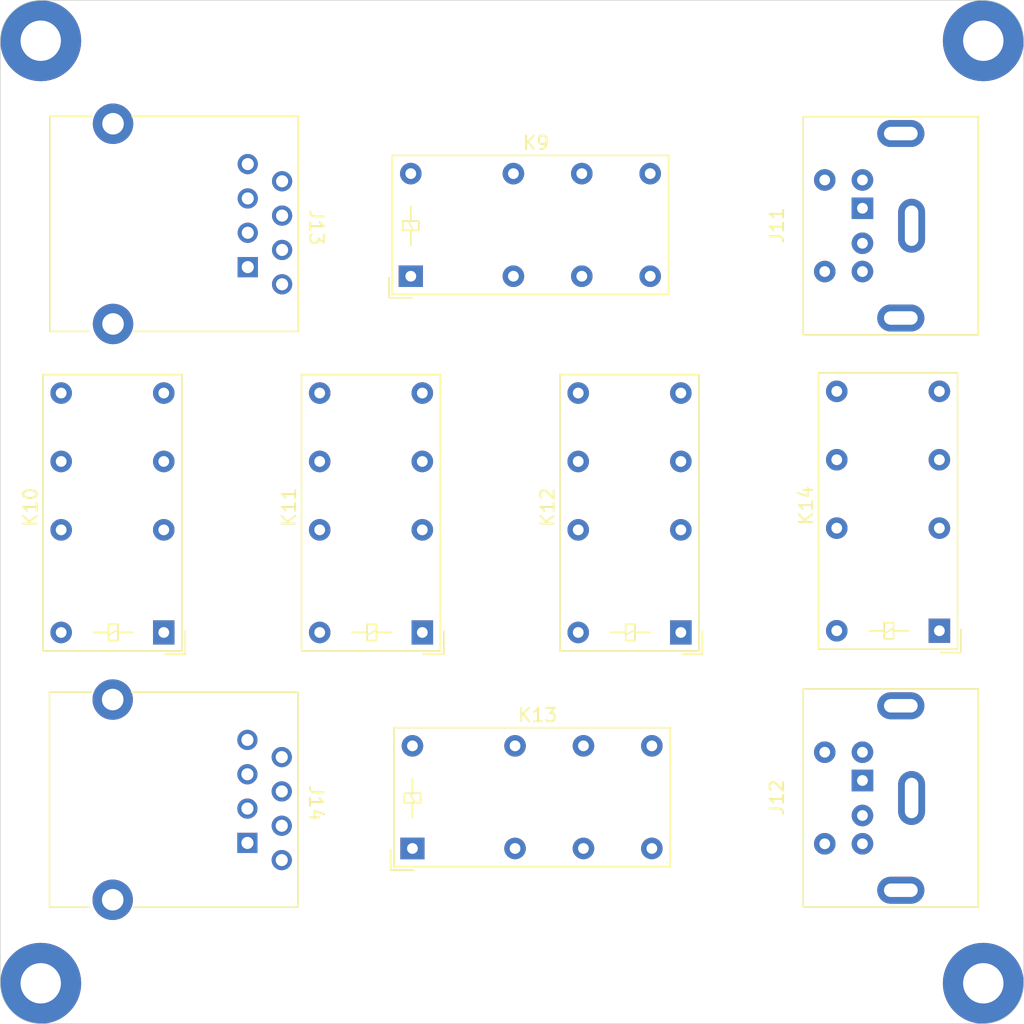
<source format=kicad_pcb>
(kicad_pcb (version 20211014) (generator pcbnew)
  (layers (0 "F.Cu" signal) (31 "B.Cu" signal) (34 "B.Paste" user) (35 "F.Paste" user) (36 "B.SilkS" user "B.Silkscreen") (37 "F.SilkS" user "F.Silkscreen") (38 "B.Mask" user) (39 "F.Mask" user) (44 "Edge.Cuts" user))
  (net 0 "")
  (net 1 "/SignaLink2_RADIO_0")
  (net 2 "/SignaLink2_RADIO_1")
  (net 3 "/SignaLink2_RADIO_2")
  (net 4 "/SignaLink2_RADIO_3")
  (net 5 "/SignaLink2_RADIO_4")
  (net 6 "/SignaLink2_RADIO_5")
  (net 7 "/SignaLink2_RADIO_6")
  (net 8 "/SignaLink2_RADIO_7")
  (net 9 "GND")
  (net 10 "/SignaLink1_RADIO_0")
  (net 11 "/SignaLink1_RADIO_1")
  (net 12 "/SignaLink1_RADIO_2")
  (net 13 "/SignaLink1_RADIO_3")
  (net 14 "/SignaLink1_RADIO_4")
  (net 15 "/SignaLink1_RADIO_5")
  (net 16 "/SignaLink1_RADIO_6")
  (net 17 "/SignaLink1_RADIO_7")
  (net 18 "/480_DATA_ANI")
  (net 19 "/480_DATA_ANG")
  (net 20 "/480_DATA_DTS")
  (net 21 "/480_DATA_NC")
  (net 22 "/480_DATA_ANO")
  (net 23 "/480_DATA_SQC")
  (net 24 "/D700_DATA_SQC")
  (net 25 "/D700_DATA_PR1")
  (net 26 "/D700_DATA_PR9")
  (net 27 "/D700_DATA_PKS")
  (net 28 "/D700_DATA_DE")
  (net 29 "/D700_DATA_PKD")
  (net 30 "Net-(K10-Pad11)")
  (net 31 "Net-(K10-Pad21)")
  (net 32 "+12V")
  (net 33 "/LBANK")
  (net 34 "/RBANK")
  (net 35 "Net-(K11-Pad11)")
  (net 36 "Net-(K11-Pad21)")
  (net 37 "Net-(K13-Pad21)")
  (net 38 "Net-(K13-Pad11)")
  (footprint "libraries:Mystery_RJ45" (layer "F.Cu") (at 133.65 120.025 -90)
    (fp_text reference "J14" (at -2.9 -5.1 -90 unlocked) (layer "F.SilkS"))
    (fp_text value "SignaLink 1 RADIO")
    (fp_line (start -11.147 -3.75) (end -11.147 8.6) (layer "F.SilkS") (width 0.12))
    (fp_line (start 4.823 14.7) (end 4.823 11.75) (layer "F.SilkS") (width 0.12))
    (fp_line (start 4.823 14.7) (end -11.147 14.7) (layer "F.SilkS") (width 0.12))
    (fp_line (start 4.823 -3.75) (end -11.147 -3.75) (layer "F.SilkS") (width 0.12))
    (fp_line (start 4.823 -3.75) (end 4.823 8.45) (layer "F.SilkS") (width 0.12))
    (fp_line (start -11.147 14.7) (end -11.147 11.6) (layer "F.SilkS") (width 0.12))
    (pad "" np_thru_hole circle (at 2.368 7.27 270) (size 3.25 3.25) (drill 3.25) (layers F&B.Cu *.Mask))
    (pad "" np_thru_hole circle (at -8.692 7.27 270) (size 3.25 3.25) (drill 3.25) (layers F&B.Cu *.Mask))
    (pad "1" thru_hole rect (at 0.05 0 270) (size 1.5 1.5) (drill 0.9) (layers *.Cu *.Mask) (net 10 "/SignaLink1_RADIO_0"))
    (pad "2" thru_hole circle (at 1.325 -2.55 270) (size 1.5 1.5) (drill 0.9) (layers *.Cu *.Mask) (net 11 "/SignaLink1_RADIO_1"))
    (pad "3" thru_hole circle (at -2.5 0 270) (size 1.5 1.5) (drill 0.9) (layers *.Cu *.Mask) (net 12 "/SignaLink1_RADIO_2"))
    (pad "4" thru_hole circle (at -1.225 -2.55 270) (size 1.5 1.5) (drill 0.9) (layers *.Cu *.Mask) (net 13 "/SignaLink1_RADIO_3"))
    (pad "5" thru_hole circle (at -5.05 0 270) (size 1.5 1.5) (drill 0.9) (layers *.Cu *.Mask) (net 14 "/SignaLink1_RADIO_4"))
    (pad "6" thru_hole circle (at -3.775 -2.55 270) (size 1.5 1.5) (drill 0.9) (layers *.Cu *.Mask) (net 15 "/SignaLink1_RADIO_5"))
    (pad "7" thru_hole circle (at -7.6 0 270) (size 1.5 1.5) (drill 0.9) (layers *.Cu *.Mask) (net 16 "/SignaLink1_RADIO_6"))
    (pad "8" thru_hole circle (at -6.325 -2.55 270) (size 1.5 1.5) (drill 0.9) (layers *.Cu *.Mask) (net 17 "/SignaLink1_RADIO_7"))
    (pad "SH" thru_hole circle (at 4.273 10.005 270) (size 3 3) (drill 1.6) (layers *.Cu *.Mask) (net 9 "GND"))
    (pad "SH" thru_hole circle (at -10.597 10.005 270) (size 3 3) (drill 1.6) (layers *.Cu *.Mask) (net 9 "GND"))
  )
  (footprint "Relay_THT:Relay_DPDT_Finder_30.22" (layer "F.Cu") (at 165.8375 104.445 90)
    (fp_text reference "K12" (at 9.3 -9.9 90) (layer "F.SilkS"))
    (fp_text value "FINDER-40.52")
    (fp_line (start 0.6 -3.4) (end 0.6 -4.1) (layer "F.SilkS") (width 0.12))
    (fp_line (start 19.15 1.35) (end -1.37 1.35) (layer "F.SilkS") (width 0.12))
    (fp_line (start 0 -3.4) (end 0 -2.3) (layer "F.SilkS") (width 0.12))
    (fp_line (start -1.37 -8.97) (end 19.15 -8.97) (layer "F.SilkS") (width 0.12))
    (fp_line (start 0.6 -4.1) (end -0.6 -4.1) (layer "F.SilkS") (width 0.12))
    (fp_line (start -0.6 -3.4) (end 0.6 -3.4) (layer "F.SilkS") (width 0.12))
    (fp_line (start 19.15 -8.97) (end 19.15 1.35) (layer "F.SilkS") (width 0.12))
    (fp_line (start 0.2 -3.4) (end -0.2 -4.1) (layer "F.SilkS") (width 0.12))
    (fp_line (start -0.6 -4.1) (end -0.6 -3.4) (layer "F.SilkS") (width 0.12))
    (fp_line (start 0 -4.1) (end 0 -5.2) (layer "F.SilkS") (width 0.12))
    (fp_line (start -1.62 1.6) (end -1.62 0.1) (layer "F.SilkS") (width 0.12))
    (fp_line (start 0.1 1.6) (end -1.62 1.6) (layer "F.SilkS") (width 0.12))
    (fp_line (start -1.37 1.35) (end -1.37 -8.97) (layer "F.SilkS") (width 0.12))
    (pad "11" thru_hole circle (at 7.62 0 180) (size 1.6 1.6) (drill 0.8) (layers *.Cu *.Mask) (net 35 "Net-(K11-Pad11)"))
    (pad "12" thru_hole circle (at 12.7 0 180) (size 1.6 1.6) (drill 0.8) (layers *.Cu *.Mask) (net 24 "/D700_DATA_SQC"))
    (pad "14" thru_hole circle (at 17.78 0 180) (size 1.6 1.6) (drill 0.8) (layers *.Cu *.Mask) (net 12 "/SignaLink1_RADIO_2"))
    (pad "21" thru_hole circle (at 7.62 -7.62 180) (size 1.6 1.6) (drill 0.8) (layers *.Cu *.Mask) (net 36 "Net-(K11-Pad21)"))
    (pad "22" thru_hole circle (at 12.7 -7.62 180) (size 1.6 1.6) (drill 0.8) (layers *.Cu *.Mask) (net 26 "/D700_DATA_PR9"))
    (pad "24" thru_hole circle (at 17.78 -7.62 270) (size 1.6 1.6) (drill 0.8) (layers *.Cu *.Mask) (net 13 "/SignaLink1_RADIO_3"))
    (pad "A1" thru_hole rect (at 0 0 180) (size 1.6 1.8) (drill 0.8) (layers *.Cu *.Mask) (net 32 "+12V"))
    (pad "A2" thru_hole circle (at 0 -7.62 180) (size 1.6 1.6) (drill 0.8) (layers *.Cu *.Mask) (net 34 "/RBANK"))
  )
  (footprint "Relay_THT:Relay_DPDT_Finder_30.22" (layer "F.Cu") (at 145.905 120.48625)
    (fp_text reference "K13" (at 9.3 -9.9) (layer "F.SilkS"))
    (fp_text value "FINDER-40.52")
    (fp_line (start 0.1 1.6) (end -1.62 1.6) (layer "F.SilkS") (width 0.12))
    (fp_line (start -1.62 1.6) (end -1.62 0.1) (layer "F.SilkS") (width 0.12))
    (fp_line (start 0 -4.1) (end 0 -5.2) (layer "F.SilkS") (width 0.12))
    (fp_line (start 0 -3.4) (end 0 -2.3) (layer "F.SilkS") (width 0.12))
    (fp_line (start 0.2 -3.4) (end -0.2 -4.1) (layer "F.SilkS") (width 0.12))
    (fp_line (start 0.6 -4.1) (end -0.6 -4.1) (layer "F.SilkS") (width 0.12))
    (fp_line (start 0.6 -3.4) (end 0.6 -4.1) (layer "F.SilkS") (width 0.12))
    (fp_line (start -0.6 -4.1) (end -0.6 -3.4) (layer "F.SilkS") (width 0.12))
    (fp_line (start 19.15 -8.97) (end 19.15 1.35) (layer "F.SilkS") (width 0.12))
    (fp_line (start -0.6 -3.4) (end 0.6 -3.4) (layer "F.SilkS") (width 0.12))
    (fp_line (start -1.37 1.35) (end -1.37 -8.97) (layer "F.SilkS") (width 0.12))
    (fp_line (start 19.15 1.35) (end -1.37 1.35) (layer "F.SilkS") (width 0.12))
    (fp_line (start -1.37 -8.97) (end 19.15 -8.97) (layer "F.SilkS") (width 0.12))
    (pad "11" thru_hole circle (at 7.62 0 90) (size 1.6 1.6) (drill 0.8) (layers *.Cu *.Mask) (net 38 "Net-(K13-Pad11)"))
    (pad "12" thru_hole circle (at 12.7 0 90) (size 1.6 1.6) (drill 0.8) (layers *.Cu *.Mask) (net 22 "/480_DATA_ANO"))
    (pad "14" thru_hole circle (at 17.78 0 90) (size 1.6 1.6) (drill 0.8) (layers *.Cu *.Mask) (net 1 "/SignaLink2_RADIO_0"))
    (pad "21" thru_hole circle (at 7.62 -7.62 90) (size 1.6 1.6) (drill 0.8) (layers *.Cu *.Mask) (net 37 "Net-(K13-Pad21)"))
    (pad "22" thru_hole circle (at 12.7 -7.62 90) (size 1.6 1.6) (drill 0.8) (layers *.Cu *.Mask) (net 23 "/480_DATA_SQC"))
    (pad "24" thru_hole circle (at 17.78 -7.62 180) (size 1.6 1.6) (drill 0.8) (layers *.Cu *.Mask) (net 3 "/SignaLink2_RADIO_2"))
    (pad "A1" thru_hole rect (at 0 0 90) (size 1.6 1.8) (drill 0.8) (layers *.Cu *.Mask) (net 32 "+12V"))
    (pad "A2" thru_hole circle (at 0 -7.62 90) (size 1.6 1.6) (drill 0.8) (layers *.Cu *.Mask) (net 33 "/LBANK"))
  )
  (footprint "Relay_THT:Relay_DPDT_Finder_30.22" (layer "F.Cu") (at 146.6375 104.445 90)
    (fp_text reference "K11" (at 9.3 -9.9 90) (layer "F.SilkS"))
    (fp_text value "FINDER-40.52")
    (fp_line (start 0.6 -4.1) (end -0.6 -4.1) (layer "F.SilkS") (width 0.12))
    (fp_line (start -1.62 1.6) (end -1.62 0.1) (layer "F.SilkS") (width 0.12))
    (fp_line (start 19.15 -8.97) (end 19.15 1.35) (layer "F.SilkS") (width 0.12))
    (fp_line (start 0.1 1.6) (end -1.62 1.6) (layer "F.SilkS") (width 0.12))
    (fp_line (start -0.6 -4.1) (end -0.6 -3.4) (layer "F.SilkS") (width 0.12))
    (fp_line (start -1.37 1.35) (end -1.37 -8.97) (layer "F.SilkS") (width 0.12))
    (fp_line (start 0.2 -3.4) (end -0.2 -4.1) (layer "F.SilkS") (width 0.12))
    (fp_line (start 0 -3.4) (end 0 -2.3) (layer "F.SilkS") (width 0.12))
    (fp_line (start 19.15 1.35) (end -1.37 1.35) (layer "F.SilkS") (width 0.12))
    (fp_line (start 0.6 -3.4) (end 0.6 -4.1) (layer "F.SilkS") (width 0.12))
    (fp_line (start -0.6 -3.4) (end 0.6 -3.4) (layer "F.SilkS") (width 0.12))
    (fp_line (start 0 -4.1) (end 0 -5.2) (layer "F.SilkS") (width 0.12))
    (fp_line (start -1.37 -8.97) (end 19.15 -8.97) (layer "F.SilkS") (width 0.12))
    (pad "11" thru_hole circle (at 7.62 0 180) (size 1.6 1.6) (drill 0.8) (layers *.Cu *.Mask) (net 35 "Net-(K11-Pad11)"))
    (pad "12" thru_hole circle (at 12.7 0 180) (size 1.6 1.6) (drill 0.8) (layers *.Cu *.Mask) (net 20 "/480_DATA_DTS"))
    (pad "14" thru_hole circle (at 17.78 0 180) (size 1.6 1.6) (drill 0.8) (layers *.Cu *.Mask) (net 6 "/SignaLink2_RADIO_5"))
    (pad "21" thru_hole circle (at 7.62 -7.62 180) (size 1.6 1.6) (drill 0.8) (layers *.Cu *.Mask) (net 36 "Net-(K11-Pad21)"))
    (pad "22" thru_hole circle (at 12.7 -7.62 180) (size 1.6 1.6) (drill 0.8) (layers *.Cu *.Mask) (net 21 "/480_DATA_NC"))
    (pad "24" thru_hole circle (at 17.78 -7.62 270) (size 1.6 1.6) (drill 0.8) (layers *.Cu *.Mask) (net 4 "/SignaLink2_RADIO_3"))
    (pad "A1" thru_hole rect (at 0 0 180) (size 1.6 1.8) (drill 0.8) (layers *.Cu *.Mask) (net 32 "+12V"))
    (pad "A2" thru_hole circle (at 0 -7.62 180) (size 1.6 1.6) (drill 0.8) (layers *.Cu *.Mask) (net 33 "/LBANK"))
  )
  (footprint "libraries:Connector_Mini-DIN_Female_6Pin_2rows" (layer "F.Cu") (at 179.325 115.43875 90)
    (fp_text reference "J12" (at -1.27 -6.35 90) (layer "F.SilkS"))
    (fp_text value "D-700 DATA")
    (fp_line (start -9.4 -4.4) (end 6.8 -4.4) (layer "F.SilkS") (width 0.12))
    (fp_line (start -9.4 -4.4) (end -9.4 8.6) (layer "F.SilkS") (width 0.12))
    (fp_line (start -9.4 8.6) (end 6.8 8.6) (layer "F.SilkS") (width 0.12))
    (fp_line (start 6.8 -4.4) (end 6.8 8.6) (layer "F.SilkS") (width 0.12))
    (pad "1" thru_hole rect locked (at 0 0 90) (size 1.6 1.6) (drill 0.8) (layers *.Cu *.Mask) (net 29 "/D700_DATA_PKD"))
    (pad "2" thru_hole circle locked (at -2.6 0 90) (size 1.6 1.6) (drill 0.8) (layers *.Cu *.Mask) (net 28 "/D700_DATA_DE"))
    (pad "3" thru_hole circle locked (at 2.1 0 90) (size 1.6 1.6) (drill 0.8) (layers *.Cu *.Mask) (net 27 "/D700_DATA_PKS"))
    (pad "4" thru_hole circle locked (at -4.7 0 90) (size 1.6 1.6) (drill 0.8) (layers *.Cu *.Mask) (net 26 "/D700_DATA_PR9"))
    (pad "5" thru_hole circle locked (at 2.1 -2.8 90) (size 1.6 1.6) (drill 0.8) (layers *.Cu *.Mask) (net 25 "/D700_DATA_PR1"))
    (pad "6" thru_hole circle locked (at -4.7 -2.8 90) (size 1.6 1.6) (drill 0.8) (layers *.Cu *.Mask) (net 24 "/D700_DATA_SQC"))
    (pad "7" thru_hole oval locked (at -1.3 3.65 90) (size 4 2) (drill oval 3 1) (layers *.Cu *.Mask))
    (pad "7" thru_hole oval locked (at 5.55 2.85 90) (size 2 3.5) (drill oval 1 2.5) (layers *.Cu *.Mask))
    (pad "7" thru_hole oval locked (at -8.15 2.85 90) (size 2 3.5) (drill oval 1 2.5) (layers *.Cu *.Mask))
  )
  (footprint "libraries:Mystery_RJ45" (layer "F.Cu") (at 133.675 77.262 -90)
    (fp_text reference "J13" (at -2.9 -5.1 -90 unlocked) (layer "F.SilkS"))
    (fp_text value "SignaLink 2 RADIO")
    (fp_line (start 4.823 14.7) (end -11.147 14.7) (layer "F.SilkS") (width 0.12))
    (fp_line (start -11.147 -3.75) (end -11.147 8.6) (layer "F.SilkS") (width 0.12))
    (fp_line (start -11.147 14.7) (end -11.147 11.6) (layer "F.SilkS") (width 0.12))
    (fp_line (start 4.823 14.7) (end 4.823 11.75) (layer "F.SilkS") (width 0.12))
    (fp_line (start 4.823 -3.75) (end -11.147 -3.75) (layer "F.SilkS") (width 0.12))
    (fp_line (start 4.823 -3.75) (end 4.823 8.45) (layer "F.SilkS") (width 0.12))
    (pad "" np_thru_hole circle (at -8.692 7.27 270) (size 3.25 3.25) (drill 3.25) (layers F&B.Cu *.Mask))
    (pad "" np_thru_hole circle (at 2.368 7.27 270) (size 3.25 3.25) (drill 3.25) (layers F&B.Cu *.Mask))
    (pad "1" thru_hole rect (at 0.05 0 270) (size 1.5 1.5) (drill 0.9) (layers *.Cu *.Mask) (net 1 "/SignaLink2_RADIO_0"))
    (pad "2" thru_hole circle (at 1.325 -2.55 270) (size 1.5 1.5) (drill 0.9) (layers *.Cu *.Mask) (net 2 "/SignaLink2_RADIO_1"))
    (pad "3" thru_hole circle (at -2.5 0 270) (size 1.5 1.5) (drill 0.9) (layers *.Cu *.Mask) (net 3 "/SignaLink2_RADIO_2"))
    (pad "4" thru_hole circle (at -1.225 -2.55 270) (size 1.5 1.5) (drill 0.9) (layers *.Cu *.Mask) (net 4 "/SignaLink2_RADIO_3"))
    (pad "5" thru_hole circle (at -5.05 0 270) (size 1.5 1.5) (drill 0.9) (layers *.Cu *.Mask) (net 5 "/SignaLink2_RADIO_4"))
    (pad "6" thru_hole circle (at -3.775 -2.55 270) (size 1.5 1.5) (drill 0.9) (layers *.Cu *.Mask) (net 6 "/SignaLink2_RADIO_5"))
    (pad "7" thru_hole circle (at -7.6 0 270) (size 1.5 1.5) (drill 0.9) (layers *.Cu *.Mask) (net 7 "/SignaLink2_RADIO_6"))
    (pad "8" thru_hole circle (at -6.325 -2.55 270) (size 1.5 1.5) (drill 0.9) (layers *.Cu *.Mask) (net 8 "/SignaLink2_RADIO_7"))
    (pad "SH" thru_hole circle (at 4.273 10.005 270) (size 3 3) (drill 1.6) (layers *.Cu *.Mask) (net 9 "GND"))
    (pad "SH" thru_hole circle (at -10.597 10.005 270) (size 3 3) (drill 1.6) (layers *.Cu *.Mask) (net 9 "GND"))
  )
  (footprint "Relay_THT:Relay_DPDT_Finder_30.22" (layer "F.Cu") (at 145.7825 77.98875)
    (fp_text reference "K9" (at 9.3 -9.9) (layer "F.SilkS"))
    (fp_text value "FINDER-40.52")
    (fp_line (start 19.15 1.35) (end -1.37 1.35) (layer "F.SilkS") (width 0.12))
    (fp_line (start 0.1 1.6) (end -1.62 1.6) (layer "F.SilkS") (width 0.12))
    (fp_line (start 0 -4.1) (end 0 -5.2) (layer "F.SilkS") (width 0.12))
    (fp_line (start 0.6 -3.4) (end 0.6 -4.1) (layer "F.SilkS") (width 0.12))
    (fp_line (start -1.62 1.6) (end -1.62 0.1) (layer "F.SilkS") (width 0.12))
    (fp_line (start -0.6 -4.1) (end -0.6 -3.4) (layer "F.SilkS") (width 0.12))
    (fp_line (start -1.37 -8.97) (end 19.15 -8.97) (layer "F.SilkS") (width 0.12))
    (fp_line (start 0 -3.4) (end 0 -2.3) (layer "F.SilkS") (width 0.12))
    (fp_line (start 0.6 -4.1) (end -0.6 -4.1) (layer "F.SilkS") (width 0.12))
    (fp_line (start -1.37 1.35) (end -1.37 -8.97) (layer "F.SilkS") (width 0.12))
    (fp_line (start -0.6 -3.4) (end 0.6 -3.4) (layer "F.SilkS") (width 0.12))
    (fp_line (start 0.2 -3.4) (end -0.2 -4.1) (layer "F.SilkS") (width 0.12))
    (fp_line (start 19.15 -8.97) (end 19.15 1.35) (layer "F.SilkS") (width 0.12))
    (pad "11" thru_hole circle (at 7.62 0 90) (size 1.6 1.6) (drill 0.8) (layers *.Cu *.Mask) (net 30 "Net-(K10-Pad11)"))
    (pad "12" thru_hole circle (at 12.7 0 90) (size 1.6 1.6) (drill 0.8) (layers *.Cu *.Mask) (net 18 "/480_DATA_ANI"))
    (pad "14" thru_hole circle (at 17.78 0 90) (size 1.6 1.6) (drill 0.8) (layers *.Cu *.Mask) (net 5 "/SignaLink2_RADIO_4"))
    (pad "21" thru_hole circle (at 7.62 -7.62 90) (size 1.6 1.6) (drill 0.8) (layers *.Cu *.Mask) (net 31 "Net-(K10-Pad21)"))
    (pad "22" thru_hole circle (at 12.7 -7.62 90) (size 1.6 1.6) (drill 0.8) (layers *.Cu *.Mask) (net 19 "/480_DATA_ANG"))
    (pad "24" thru_hole circle (at 17.78 -7.62 180) (size 1.6 1.6) (drill 0.8) (layers *.Cu *.Mask) (net 2 "/SignaLink2_RADIO_1"))
    (pad "A1" thru_hole rect (at 0 0 90) (size 1.6 1.8) (drill 0.8) (layers *.Cu *.Mask) (net 32 "+12V"))
    (pad "A2" thru_hole circle (at 0 -7.62 90) (size 1.6 1.6) (drill 0.8) (layers *.Cu *.Mask) (net 33 "/LBANK"))
  )
  (footprint "libraries:Connector_Mini-DIN_Female_6Pin_2rows" (layer "F.Cu") (at 179.325 72.94125 90)
    (fp_text reference "J11" (at -1.27 -6.35 90) (layer "F.SilkS"))
    (fp_text value "TS-480 DATA")
    (fp_line (start -9.4 8.6) (end 6.8 8.6) (layer "F.SilkS") (width 0.12))
    (fp_line (start 6.8 -4.4) (end 6.8 8.6) (layer "F.SilkS") (width 0.12))
    (fp_line (start -9.4 -4.4) (end -9.4 8.6) (layer "F.SilkS") (width 0.12))
    (fp_line (start -9.4 -4.4) (end 6.8 -4.4) (layer "F.SilkS") (width 0.12))
    (pad "1" thru_hole rect locked (at 0 0 90) (size 1.6 1.6) (drill 0.8) (layers *.Cu *.Mask) (net 18 "/480_DATA_ANI"))
    (pad "2" thru_hole circle locked (at -2.6 0 90) (size 1.6 1.6) (drill 0.8) (layers *.Cu *.Mask) (net 19 "/480_DATA_ANG"))
    (pad "3" thru_hole circle locked (at 2.1 0 90) (size 1.6 1.6) (drill 0.8) (layers *.Cu *.Mask) (net 20 "/480_DATA_DTS"))
    (pad "4" thru_hole circle locked (at -4.7 0 90) (size 1.6 1.6) (drill 0.8) (layers *.Cu *.Mask) (net 21 "/480_DATA_NC"))
    (pad "5" thru_hole circle locked (at 2.1 -2.8 90) (size 1.6 1.6) (drill 0.8) (layers *.Cu *.Mask) (net 22 "/480_DATA_ANO"))
    (pad "6" thru_hole circle locked (at -4.7 -2.8 90) (size 1.6 1.6) (drill 0.8) (layers *.Cu *.Mask) (net 23 "/480_DATA_SQC"))
    (pad "7" thru_hole oval locked (at 5.55 2.85 90) (size 2 3.5) (drill oval 1 2.5) (layers *.Cu *.Mask))
    (pad "7" thru_hole oval locked (at -1.3 3.65 90) (size 4 2) (drill oval 3 1) (layers *.Cu *.Mask))
    (pad "7" thru_hole oval locked (at -8.15 2.85 90) (size 2 3.5) (drill oval 1 2.5) (layers *.Cu *.Mask))
  )
  (footprint "Relay_THT:Relay_DPDT_Finder_30.22" (layer "F.Cu") (at 185.0375 104.3175 90)
    (fp_text reference "K14" (at 9.3 -9.9 90) (layer "F.SilkS"))
    (fp_text value "FINDER-40.52")
    (fp_line (start 0.6 -3.4) (end 0.6 -4.1) (layer "F.SilkS") (width 0.12))
    (fp_line (start -1.37 -8.97) (end 19.15 -8.97) (layer "F.SilkS") (width 0.12))
    (fp_line (start -1.62 1.6) (end -1.62 0.1) (layer "F.SilkS") (width 0.12))
    (fp_line (start -1.37 1.35) (end -1.37 -8.97) (layer "F.SilkS") (width 0.12))
    (fp_line (start -0.6 -3.4) (end 0.6 -3.4) (layer "F.SilkS") (width 0.12))
    (fp_line (start 0.2 -3.4) (end -0.2 -4.1) (layer "F.SilkS") (width 0.12))
    (fp_line (start 0.6 -4.1) (end -0.6 -4.1) (layer "F.SilkS") (width 0.12))
    (fp_line (start 19.15 1.35) (end -1.37 1.35) (layer "F.SilkS") (width 0.12))
    (fp_line (start 0 -4.1) (end 0 -5.2) (layer "F.SilkS") (width 0.12))
    (fp_line (start 0.1 1.6) (end -1.62 1.6) (layer "F.SilkS") (width 0.12))
    (fp_line (start -0.6 -4.1) (end -0.6 -3.4) (layer "F.SilkS") (width 0.12))
    (fp_line (start 19.15 -8.97) (end 19.15 1.35) (layer "F.SilkS") (width 0.12))
    (fp_line (start 0 -3.4) (end 0 -2.3) (layer "F.SilkS") (width 0.12))
    (pad "11" thru_hole circle (at 7.62 0 180) (size 1.6 1.6) (drill 0.8) (layers *.Cu *.Mask) (net 38 "Net-(K13-Pad11)"))
    (pad "12" thru_hole circle (at 12.7 0 180) (size 1.6 1.6) (drill 0.8) (layers *.Cu *.Mask) (net 29 "/D700_DATA_PKD"))
    (pad "14" thru_hole circle (at 17.78 0 180) (size 1.6 1.6) (drill 0.8) (layers *.Cu *.Mask) (net 14 "/SignaLink1_RADIO_4"))
    (pad "21" thru_hole circle (at 7.62 -7.62 180) (size 1.6 1.6) (drill 0.8) (layers *.Cu *.Mask) (net 37 "Net-(K13-Pad21)"))
    (pad "22" thru_hole circle (at 12.7 -7.62 180) (size 1.6 1.6) (drill 0.8) (layers *.Cu *.Mask) (net 27 "/D700_DATA_PKS"))
    (pad "24" thru_hole circle (at 17.78 -7.62 270) (size 1.6 1.6) (drill 0.8) (layers *.Cu *.Mask) (net 15 "/SignaLink1_RADIO_5"))
    (pad "A1" thru_hole rect (at 0 0 180) (size 1.6 1.8) (drill 0.8) (layers *.Cu *.Mask) (net 32 "+12V"))
    (pad "A2" thru_hole circle (at 0 -7.62 180) (size 1.6 1.6) (drill 0.8) (layers *.Cu *.Mask) (net 34 "/RBANK"))
  )
  (footprint "Relay_THT:Relay_DPDT_Finder_30.22" (layer "F.Cu") (at 127.4375 104.445 90)
    (fp_text reference "K10" (at 9.3 -9.9 90) (layer "F.SilkS"))
    (fp_text value "FINDER-40.52")
    (fp_line (start 0 -4.1) (end 0 -5.2) (layer "F.SilkS") (width 0.12))
    (fp_line (start 19.15 -8.97) (end 19.15 1.35) (layer "F.SilkS") (width 0.12))
    (fp_line (start 19.15 1.35) (end -1.37 1.35) (layer "F.SilkS") (width 0.12))
    (fp_line (start -0.6 -4.1) (end -0.6 -3.4) (layer "F.SilkS") (width 0.12))
    (fp_line (start 0.2 -3.4) (end -0.2 -4.1) (layer "F.SilkS") (width 0.12))
    (fp_line (start 0.6 -4.1) (end -0.6 -4.1) (layer "F.SilkS") (width 0.12))
    (fp_line (start 0.6 -3.4) (end 0.6 -4.1) (layer "F.SilkS") (width 0.12))
    (fp_line (start -1.37 -8.97) (end 19.15 -8.97) (layer "F.SilkS") (width 0.12))
    (fp_line (start -0.6 -3.4) (end 0.6 -3.4) (layer "F.SilkS") (width 0.12))
    (fp_line (start 0.1 1.6) (end -1.62 1.6) (layer "F.SilkS") (width 0.12))
    (fp_line (start -1.62 1.6) (end -1.62 0.1) (layer "F.SilkS") (width 0.12))
    (fp_line (start 0 -3.4) (end 0 -2.3) (layer "F.SilkS") (width 0.12))
    (fp_line (start -1.37 1.35) (end -1.37 -8.97) (layer "F.SilkS") (width 0.12))
    (pad "11" thru_hole circle (at 7.62 0 180) (size 1.6 1.6) (drill 0.8) (layers *.Cu *.Mask) (net 30 "Net-(K10-Pad11)"))
    (pad "12" thru_hole circle (at 12.7 0 180) (size 1.6 1.6) (drill 0.8) (layers *.Cu *.Mask) (net 25 "/D700_DATA_PR1"))
    (pad "14" thru_hole circle (at 17.78 0 180) (size 1.6 1.6) (drill 0.8) (layers *.Cu *.Mask) (net 10 "/SignaLink1_RADIO_0"))
    (pad "21" thru_hole circle (at 7.62 -7.62 180) (size 1.6 1.6) (drill 0.8) (layers *.Cu *.Mask) (net 31 "Net-(K10-Pad21)"))
    (pad "22" thru_hole circle (at 12.7 -7.62 180) (size 1.6 1.6) (drill 0.8) (layers *.Cu *.Mask) (net 28 "/D700_DATA_DE"))
    (pad "24" thru_hole circle (at 17.78 -7.62 270) (size 1.6 1.6) (drill 0.8) (layers *.Cu *.Mask) (net 11 "/SignaLink1_RADIO_1"))
    (pad "A1" thru_hole rect (at 0 0 180) (size 1.6 1.8) (drill 0.8) (layers *.Cu *.Mask) (net 32 "+12V"))
    (pad "A2" thru_hole circle (at 0 -7.62 180) (size 1.6 1.6) (drill 0.8) (layers *.Cu *.Mask) (net 34 "/RBANK"))
  )
  (footprint "" (layer "B.Cu") (at 188.3 60.5 180)
    (fp_text reference "H1" (at 0 0) (layer "B.SilkS") (effects (font (size 1.27 1.27)) (justify mirror)))
    (fp_text value "Mounting Hole" hide)
    (pad "1" thru_hole circle (at 0 0 180) (size 6 6) (drill 3) (layers *.Cu *.Mask) (net 9 "GND"))
  )
  (footprint "" (layer "B.Cu") (at 188.3 130.5 180)
    (fp_text reference "H4" (at 0 0) (layer "B.SilkS") (effects (font (size 1.27 1.27)) (justify mirror)))
    (fp_text value "Mounting Hole" hide)
    (pad "1" thru_hole circle (at 0 0 180) (size 6 6) (drill 3) (layers *.Cu *.Mask) (net 9 "GND"))
  )
  (footprint "" (layer "B.Cu") (at 118.3 60.5 180)
    (fp_text reference "H2" (at 0 0) (layer "B.SilkS") (effects (font (size 1.27 1.27)) (justify mirror)))
    (fp_text value "Mounting Hole" hide)
    (pad "1" thru_hole circle (at 0 0 180) (size 6 6) (drill 3) (layers *.Cu *.Mask) (net 9 "GND"))
  )
  (footprint "" (layer "B.Cu") (at 118.3 130.5 180)
    (fp_text reference "H3" (at 0 0) (layer "B.SilkS") (effects (font (size 1.27 1.27)) (justify mirror)))
    (fp_text value "Mounting Hole" hide)
    (pad "1" thru_hole circle (at 0 0 180) (size 6 6) (drill 3) (layers *.Cu *.Mask) (net 9 "GND"))
  )
  (gr_arc (start 118.3 133.5) (mid 116.17868 132.62132) (end 115.3 130.5) (layer "Edge.Cuts") (width 0.05))
  (gr_line (start 115.3 60.5) (end 115.3 130.5) (layer "Edge.Cuts") (width 0.05))
  (gr_arc (start 115.3 60.5) (mid 116.17868 58.37868) (end 118.3 57.5) (layer "Edge.Cuts") (width 0.05))
  (gr_line (start 188.3 57.5) (end 118.3 57.5) (layer "Edge.Cuts") (width 0.05))
  (gr_arc (start 191.3 130.5) (mid 190.42132 132.62132) (end 188.3 133.5) (layer "Edge.Cuts") (width 0.05))
  (gr_line (start 191.3 130.5) (end 191.3 60.5) (layer "Edge.Cuts") (width 0.05))
  (gr_line (start 118.3 133.5) (end 188.3 133.5) (layer "Edge.Cuts") (width 0.05))
  (gr_arc (start 188.3 57.5) (mid 190.42132 58.37868) (end 191.3 60.5) (layer "Edge.Cuts") (width 0.05))
)
</source>
